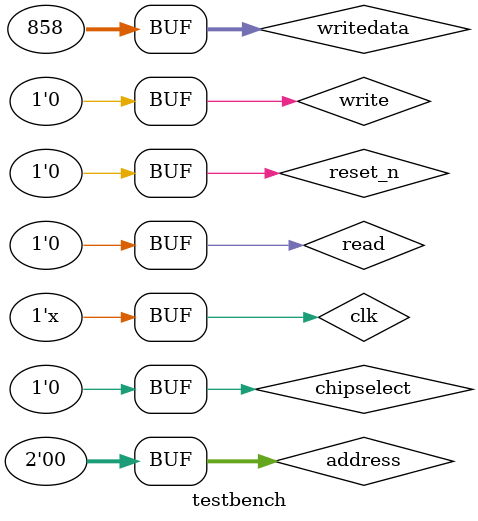
<source format=v>
`timescale 1ns / 1ps

module testbench ();

	reg [1:0] address;
	reg chipselect;
	reg clk;
	reg read;
	reg reset_n;
	reg write;
	reg [31:0] writedata;
	wire [9:0] led_out;
	wire [31:0] readdata;

LEDController T1 (address, chipselect, clk, read, reset_n, write, writedata, led_out, readdata);

	always
		#10 clk <= ~clk;

	initial 
		begin
			clk <= 1'b0;
			writedata <= 32'h00000000;
			address <= 2'b0;
			chipselect <= 1'b0;
			read <= 1'b0;
			reset_n <= 1'b0;
			write <= 1'b0;
			#15 reset_n <= 1;
			#5 writedata <= 32'h000002aa;
			#5 chipselect <= 1'b1;
			#7 write <= 1'b1;
			#20 writedata <= 32'h00000000;
			chipselect <= 1'b0;
			write <= 1'b0;
			#40 writedata <= 32'h00000155;
			#5 chipselect <= 1'b1;
			#7 write <= 1'b1;
			#20 writedata <= 32'h000003FF;
			#30 chipselect <= 1'b0;
			write <= 1'b0;
			
			#10 reset_n <= 0;
			#10 reset_n <= 1;
			#10 writedata <= 32'h0000035a;
			#5 write <= 1'b1;
			chipselect <= 1'b1;
			#30 write <= 1'b0;
			chipselect <= 1'b0;
			#20 read <= 1'b1;
		   chipselect <= 1'b1;
			#40 reset_n <= 1'b0;
			chipselect <= 1'b0;
			read <= 1'b0;
		end
	
endmodule 
</source>
